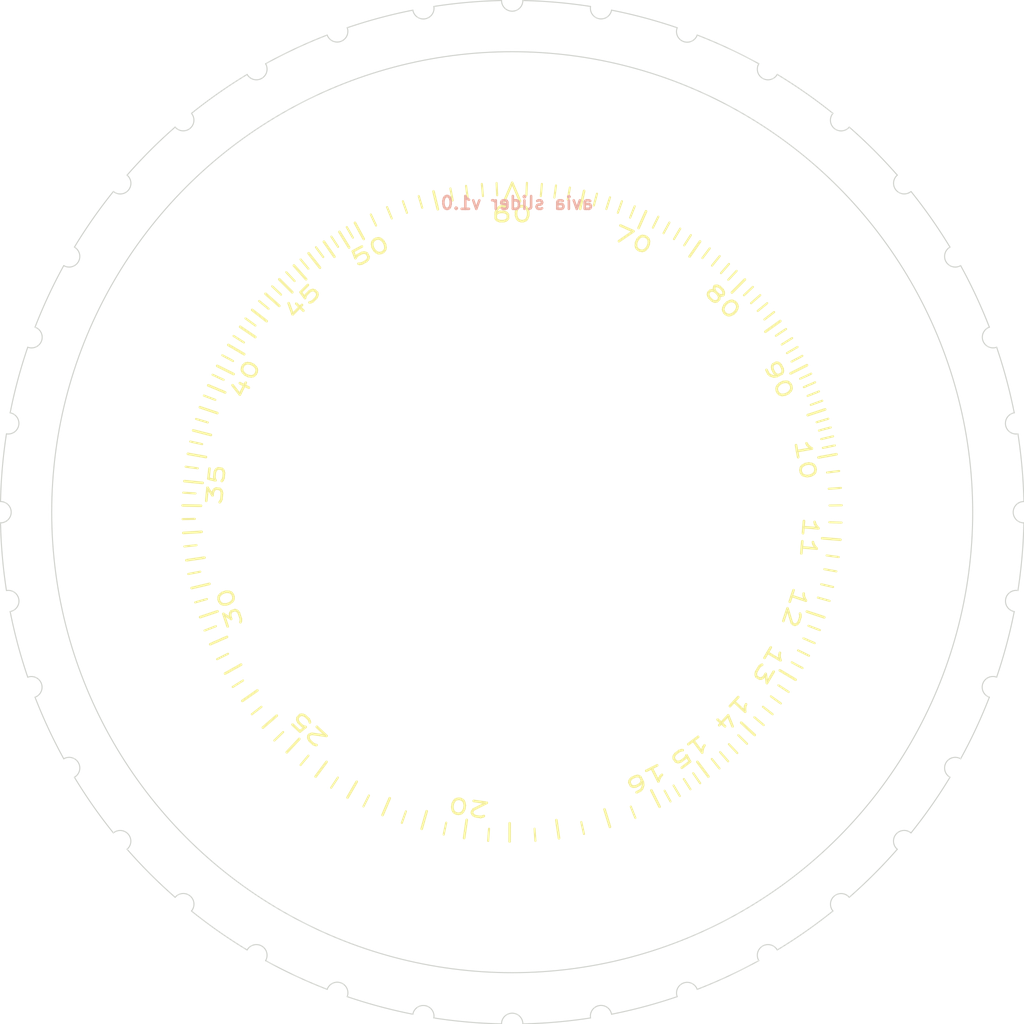
<source format=kicad_pcb>
(kicad_pcb (version 20211014) (generator pcbnew)

  (general
    (thickness 1)
  )

  (paper "A4")
  (layers
    (0 "F.Cu" signal)
    (31 "B.Cu" signal)
    (32 "B.Adhes" user "B.Adhesive")
    (33 "F.Adhes" user "F.Adhesive")
    (34 "B.Paste" user)
    (35 "F.Paste" user)
    (36 "B.SilkS" user "B.Silkscreen")
    (37 "F.SilkS" user "F.Silkscreen")
    (38 "B.Mask" user)
    (39 "F.Mask" user)
    (40 "Dwgs.User" user "User.Drawings")
    (41 "Cmts.User" user "User.Comments")
    (42 "Eco1.User" user "User.Eco1")
    (43 "Eco2.User" user "User.Eco2")
    (44 "Edge.Cuts" user)
    (45 "Margin" user)
    (46 "B.CrtYd" user "B.Courtyard")
    (47 "F.CrtYd" user "F.Courtyard")
    (48 "B.Fab" user)
    (49 "F.Fab" user)
    (50 "User.1" user)
    (51 "User.2" user)
    (52 "User.3" user)
    (53 "User.4" user)
    (54 "User.5" user)
    (55 "User.6" user)
    (56 "User.7" user)
    (57 "User.8" user)
    (58 "User.9" user)
  )

  (setup
    (stackup
      (layer "F.SilkS" (type "Top Silk Screen"))
      (layer "F.Paste" (type "Top Solder Paste"))
      (layer "F.Mask" (type "Top Solder Mask") (thickness 0.01))
      (layer "F.Cu" (type "copper") (thickness 0.035))
      (layer "dielectric 1" (type "core") (thickness 0.91) (material "FR4") (epsilon_r 4.5) (loss_tangent 0.02))
      (layer "B.Cu" (type "copper") (thickness 0.035))
      (layer "B.Mask" (type "Bottom Solder Mask") (thickness 0.01))
      (layer "B.Paste" (type "Bottom Solder Paste"))
      (layer "B.SilkS" (type "Bottom Silk Screen"))
      (copper_finish "None")
      (dielectric_constraints no)
    )
    (pad_to_mask_clearance 0)
    (pcbplotparams
      (layerselection 0x00010fc_ffffffff)
      (disableapertmacros false)
      (usegerberextensions false)
      (usegerberattributes true)
      (usegerberadvancedattributes true)
      (creategerberjobfile true)
      (svguseinch false)
      (svgprecision 6)
      (excludeedgelayer true)
      (plotframeref false)
      (viasonmask false)
      (mode 1)
      (useauxorigin false)
      (hpglpennumber 1)
      (hpglpenspeed 20)
      (hpglpendiameter 15.000000)
      (dxfpolygonmode true)
      (dxfimperialunits true)
      (dxfusepcbnewfont true)
      (psnegative false)
      (psa4output false)
      (plotreference true)
      (plotvalue true)
      (plotinvisibletext false)
      (sketchpadsonfab false)
      (subtractmaskfromsilk false)
      (outputformat 1)
      (mirror false)
      (drillshape 1)
      (scaleselection 1)
      (outputdirectory "")
    )
  )

  (net 0 "")

  (gr_line (start 200.37 85.41) (end 200 84.55) (layer "F.SilkS") (width 0.12) (tstamp 826dcf6a-d9a9-4955-a46c-ac784df2ee6e))
  (gr_line (start 200 84.55) (end 199.63 85.41) (layer "F.SilkS") (width 0.12) (tstamp f96acd88-07ce-4c57-9d9b-a96d9dd8bbed))
  (gr_arc (start 222.723632 92.261363) (mid 223.187249 93.786995) (end 223.548561 95.34004) (layer "Edge.Cuts") (width 0.05) (tstamp 0182b618-d88a-4945-b6c3-fa4925a78896))
  (gr_arc (start 195.34004 123.548562) (mid 195.919268 123.142982) (end 196.324848 123.72221) (layer "Edge.Cuts") (width 0.05) (tstamp 01f89dfb-37ec-49a6-ae68-a9a8395de980))
  (gr_arc (start 223.548562 104.65996) (mid 223.142982 104.080732) (end 223.72221 103.675152) (layer "Edge.Cuts") (width 0.05) (tstamp 03f2e9c1-7b31-4086-85b1-ac47501fcae9))
  (gr_arc (start 181.936328 84.190076) (mid 183.025756 83.025756) (end 184.190076 81.936328) (layer "Edge.Cuts") (width 0.05) (tstamp 07030ba4-2771-4e6f-a091-4a4813b2c747))
  (gr_arc (start 224 100.5) (mid 223.5 100) (end 224 99.5) (layer "Edge.Cuts") (width 0.05) (tstamp 0763ee43-495f-4983-8d1e-4826f5686103))
  (gr_arc (start 196.324848 76.27779) (mid 195.919268 76.857018) (end 195.34004 76.451438) (layer "Edge.Cuts") (width 0.05) (tstamp 0ad57ef5-5388-4caa-a5d2-c75ca435e151))
  (gr_arc (start 176.27779 103.675152) (mid 176.857018 104.080732) (end 176.451438 104.65996) (layer "Edge.Cuts") (width 0.05) (tstamp 0d288fcd-7de0-43ac-96a7-883e4c8ef2e1))
  (gr_arc (start 181.936327 84.190075) (mid 181.997955 84.894491) (end 181.293539 84.956119) (layer "Edge.Cuts") (width 0.05) (tstamp 0e5731aa-0318-4b1e-87f6-c1dbdef8358a))
  (gr_arc (start 188.433013 78.96539) (mid 188.25 79.648403) (end 187.566987 79.46539) (layer "Edge.Cuts") (width 0.05) (tstamp 0e7a0ef8-c1d9-482e-9548-ac04c56296ee))
  (gr_arc (start 178.965391 111.566987) (mid 178.243894 110.145039) (end 177.618388 108.67833) (layer "Edge.Cuts") (width 0.05) (tstamp 12fbb53e-6c0c-40b7-b5bc-6c76590eae77))
  (gr_arc (start 218.706461 84.956119) (mid 218.002045 84.894491) (end 218.063673 84.190075) (layer "Edge.Cuts") (width 0.05) (tstamp 15f86503-02d9-472f-b103-1f8f36844e6f))
  (gr_arc (start 176.451438 95.34004) (mid 176.857018 95.919268) (end 176.27779 96.324848) (layer "Edge.Cuts") (width 0.05) (tstamp 17553ea1-f21d-48c7-9711-f117e9579a89))
  (gr_arc (start 218.063672 115.809924) (mid 216.974244 116.974244) (end 215.809924 118.063672) (layer "Edge.Cuts") (width 0.05) (tstamp 17e6bae5-7d4a-490c-869d-b87e3f48ebea))
  (gr_arc (start 223.722209 96.324848) (mid 223.91386 97.907808) (end 223.999999 99.5) (layer "Edge.Cuts") (width 0.05) (tstamp 180e7171-8b0b-4116-beaf-77bd668e721f))
  (gr_arc (start 218.70646 84.95612) (mid 219.663915 86.231179) (end 220.534609 87.566988) (layer "Edge.Cuts") (width 0.05) (tstamp 185a251a-8de4-4615-ab48-fbc360666538))
  (gr_arc (start 211.566987 121.034609) (mid 210.145039 121.756106) (end 208.67833 122.381612) (layer "Edge.Cuts") (width 0.05) (tstamp 1b53c84d-2f38-4a23-b444-c6c0a1697ce3))
  (gr_arc (start 220.534609 112.433012) (mid 219.663915 113.768821) (end 218.70646 115.043879) (layer "Edge.Cuts") (width 0.05) (tstamp 1bd85367-e455-48dc-b3ed-55539482ff5d))
  (gr_arc (start 188.433013 78.965391) (mid 189.854961 78.243894) (end 191.32167 77.618388) (layer "Edge.Cuts") (width 0.05) (tstamp 1d507392-181d-4a8a-831c-094591f283ee))
  (gr_arc (start 176.451439 95.34004) (mid 176.812751 93.786995) (end 177.276368 92.261363) (layer "Edge.Cuts") (width 0.05) (tstamp 2448ab8c-c3e9-4b60-baf7-e75fa1ab5d9d))
  (gr_arc (start 176 99.5) (mid 176.5 100) (end 176 100.5) (layer "Edge.Cuts") (width 0.05) (tstamp 25b04ab4-058c-4e0b-9ce0-2a5ce6f4ba03))
  (gr_arc (start 184.95612 81.29354) (mid 186.231179 80.336085) (end 187.566988 79.465391) (layer "Edge.Cuts") (width 0.05) (tstamp 29f03200-7758-41f0-9eac-2318a6ff8090))
  (gr_arc (start 184.190076 118.063672) (mid 183.025756 116.974244) (end 181.936328 115.809924) (layer "Edge.Cuts") (width 0.05) (tstamp 319b9ee8-0793-4040-a9cc-1485faac8d67))
  (gr_arc (start 215.043881 118.706461) (mid 215.105509 118.002045) (end 215.809925 118.063673) (layer "Edge.Cuts") (width 0.05) (tstamp 355b9c54-ecc3-44f3-afcb-7ea0d61650ae))
  (gr_arc (start 220.53461 112.433013) (mid 220.351597 111.75) (end 221.03461 111.566987) (layer "Edge.Cuts") (width 0.05) (tstamp 3b249481-6c82-4ea4-a20d-52ab86c01591))
  (gr_arc (start 221.03461 88.433013) (mid 220.351597 88.25) (end 220.53461 87.566987) (layer "Edge.Cuts") (width 0.05) (tstamp 3efbf0e1-41ee-4ea9-9d95-d4f2d567e931))
  (gr_arc (start 222.381613 108.678329) (mid 222.082777 108.037473) (end 222.723633 107.738637) (layer "Edge.Cuts") (width 0.05) (tstamp 3f11df83-7413-47f0-b93f-dab1153032de))
  (gr_arc (start 207.738637 122.723632) (mid 206.213005 123.187249) (end 204.65996 123.548561) (layer "Edge.Cuts") (width 0.05) (tstamp 4063872f-d585-446d-9b2b-23a0c964bf01))
  (gr_arc (start 218.063673 115.809925) (mid 218.002045 115.105509) (end 218.706461 115.043881) (layer "Edge.Cuts") (width 0.05) (tstamp 406c1c2e-8b8d-4fae-968b-7aee5471e0d2))
  (gr_arc (start 178.96539 111.566987) (mid 179.648403 111.75) (end 179.46539 112.433013) (layer "Edge.Cuts") (width 0.05) (tstamp 4e152c0a-7388-4cd9-a50b-df90d2ccb1fc))
  (gr_arc (start 212.433013 79.46539) (mid 211.75 79.648403) (end 211.566987 78.96539) (layer "Edge.Cuts") (width 0.05) (tstamp 550969aa-1cfd-4520-9313-2220a843d97f))
  (gr_arc (start 187.566987 120.53461) (mid 188.25 120.351597) (end 188.433013 121.03461) (layer "Edge.Cuts") (width 0.05) (tstamp 551165fa-1a91-4ec0-a6cd-78fded48c83f))
  (gr_arc (start 196.324848 76.277791) (mid 197.907808 76.08614) (end 199.5 76.000001) (layer "Edge.Cuts") (width 0.05) (tstamp 5adc857c-b630-4fff-bd49-836253c0f5fc))
  (gr_arc (start 204.65996 76.451438) (mid 204.080732 76.857018) (end 203.675152 76.27779) (layer "Edge.Cuts") (width 0.05) (tstamp 60fdad1f-4856-438f-92f9-0458da2dc310))
  (gr_arc (start 222.723633 92.261363) (mid 222.082777 91.962527) (end 222.381613 91.321671) (layer "Edge.Cuts") (width 0.05) (tstamp 644e1bb9-e60e-4a57-ac4f-aa66aacce778))
  (gr_arc (start 208.678329 77.618387) (mid 208.037473 77.917223) (end 207.738637 77.276367) (layer "Edge.Cuts") (width 0.05) (tstamp 69bb6d4f-a5ff-43cd-95c2-c69de27ca73d))
  (gr_arc (start 215.809925 81.936327) (mid 215.105509 81.997955) (end 215.043881 81.293539) (layer "Edge.Cuts") (width 0.05) (tstamp 6ab89c30-00ed-4bda-ab27-85edd492d0fc))
  (gr_arc (start 192.261363 77.276368) (mid 193.786995 76.812751) (end 195.34004 76.451439) (layer "Edge.Cuts") (width 0.05) (tstamp 6c2da652-e621-4b5c-aa66-197efeedd3f0))
  (gr_arc (start 181.293539 115.043881) (mid 181.997955 115.105509) (end 181.936327 115.809925) (layer "Edge.Cuts") (width 0.05) (tstamp 70f74cc6-d27f-43bf-8f74-1fc9ce846cc3))
  (gr_arc (start 184.956119 81.293539) (mid 184.894491 81.997955) (end 184.190075 81.936327) (layer "Edge.Cuts") (width 0.05) (tstamp 7981e008-7c3c-4a11-bbe7-2ef48d1f8386))
  (gr_arc (start 177.276367 107.738637) (mid 177.917223 108.037473) (end 177.618387 108.678329) (layer "Edge.Cuts") (width 0.05) (tstamp 7a1782d1-e750-4df8-828f-294669ad0374))
  (gr_arc (start 199.5 124) (mid 200 123.5) (end 200.5 124) (layer "Edge.Cuts") (width 0.05) (tstamp 8132be9c-e1d3-49cb-a3e9-24d27cc2a78f))
  (gr_arc (start 215.04388 118.70646) (mid 213.768821 119.663915) (end 212.433012 120.534609) (layer "Edge.Cuts") (width 0.05) (tstamp 85678c95-37f5-494c-be7c-63e243fdd5ed))
  (gr_arc (start 191.321671 122.381613) (mid 191.962527 122.082777) (end 192.261363 122.723633) (layer "Edge.Cuts") (width 0.05) (tstamp 87d9c8dd-74eb-4259-9759-efe0adb72b53))
  (gr_arc (start 184.190075 118.063673) (mid 184.894491 118.002045) (end 184.956119 118.706461) (layer "Edge.Cuts") (width 0.05) (tstamp 8da42583-c6cf-40a9-88d8-81196020a596))
  (gr_arc (start 187.566988 120.534609) (mid 186.231179 119.663915) (end 184.956121 118.70646) (layer "Edge.Cuts") (width 0.05) (tstamp 8f427b48-7998-4a50-bb23-c7553d49b1a5))
  (gr_arc (start 195.34004 123.548561) (mid 193.786995 123.187249) (end 192.261363 122.723632) (layer "Edge.Cuts") (width 0.05) (tstamp 955bb44b-3763-4479-b9fc-c0c66948fc63))
  (gr_arc (start 222.381612 108.678329) (mid 221.756106 110.145039) (end 221.034609 111.566987) (layer "Edge.Cuts") (width 0.05) (tstamp a5753440-5576-4459-b607-91ab12c92331))
  (gr_arc (start 211.566987 121.03461) (mid 211.75 120.351597) (end 212.433013 120.53461) (layer "Edge.Cuts") (width 0.05) (tstamp a673f818-608f-4f77-80ab-3bdb6c3aad56))
  (gr_arc (start 177.618387 91.321671) (mid 177.917223 91.962527) (end 177.276367 92.261363) (layer "Edge.Cuts") (width 0.05) (tstamp a7195495-3f44-4109-8648-63919d2970e4))
  (gr_arc (start 200.5 76.000001) (mid 202.092192 76.08614) (end 203.675152 76.277791) (layer "Edge.Cuts") (width 0.05) (tstamp a77ccfc2-5d8c-4710-97a2-16523434b1d3))
  (gr_arc (start 199.5 123.999999) (mid 197.907808 123.91386) (end 196.324848 123.722209) (layer "Edge.Cuts") (width 0.05) (tstamp ad29d5df-4b4f-4ebd-b217-5953d6f7b554))
  (gr_arc (start 200.5 76) (mid 200 76.5) (end 199.5 76) (layer "Edge.Cuts") (width 0.05) (tstamp b3ef408e-8d0f-4eff-9934-84d1c0ae4022))
  (gr_arc (start 203.675152 123.722209) (mid 202.092192 123.91386) (end 200.5 123.999999) (layer "Edge.Cuts") (width 0.05) (tstamp b8589ec6-c264-4e75-b116-5afb00b4ab95))
  (gr_arc (start 191.321671 122.381612) (mid 189.854961 121.756106) (end 188.433013 121.034609) (layer "Edge.Cuts") (width 0.05) (tstamp bcc3178b-8a28-40e8-85f7-928e9dbb0880))
  (gr_arc (start 179.465391 87.566988) (mid 180.336085 86.231179) (end 181.29354 84.956121) (layer "Edge.Cuts") (width 0.05) (tstamp be1eceff-47d4-4938-83df-077e3855db6d))
  (gr_arc (start 212.433012 79.465391) (mid 213.768821 80.336085) (end 215.043879 81.29354) (layer "Edge.Cuts") (width 0.05) (tstamp bfb47430-2c7e-43cc-8f2f-b4ec86346c39))
  (gr_arc (start 221.034609 88.433013) (mid 221.756106 89.854961) (end 222.381612 91.32167) (layer "Edge.Cuts") (width 0.05) (tstamp c2b00556-8d95-4e77-a7bb-a5c0131fb35c))
  (gr_arc (start 203.675152 123.72221) (mid 204.080732 123.142982) (end 204.65996 123.548562) (layer "Edge.Cuts") (width 0.05) (tstamp c3c7ab67-1981-4c00-b436-6e1221ace079))
  (gr_circle (center 200 100) (end 221.6 100) (layer "Edge.Cuts") (width 0.05) (fill none) (tstamp c5b93277-3fc0-4b06-bd36-45cb16cbb369))
  (gr_arc (start 179.46539 87.566987) (mid 179.648403 88.25) (end 178.96539 88.433013) (layer "Edge.Cuts") (width 0.05) (tstamp cbe8250f-522e-42b8-a3f2-ec746d9665da))
  (gr_arc (start 215.809924 81.936328) (mid 216.974244 83.025756) (end 218.063672 84.190076) (layer "Edge.Cuts") (width 0.05) (tstamp d739acc4-1a9c-45c6-9c56-9818e32043ab))
  (gr_arc (start 176.000001 99.5) (mid 176.08614 97.907808) (end 176.277791 96.324848) (layer "Edge.Cuts") (width 0.05) (tstamp d8bfe70e-cbc5-4e57-8dd3-94fe473a77da))
  (gr_arc (start 177.618388 91.321671) (mid 178.243894 89.854961) (end 178.965391 88.433013) (layer "Edge.Cuts") (width 0.05) (tstamp dd1aed76-8d44-40c7-9229-9f6f11c81a44))
  (gr_arc (start 181.29354 115.04388) (mid 180.336085 113.768821) (end 179.465391 112.433012) (layer "Edge.Cuts") (width 0.05) (tstamp de3d5677-7229-4596-8e92-2c067fdc600b))
  (gr_arc (start 207.738637 122.723633) (mid 208.037473 122.082777) (end 208.678329 122.381613) (layer "Edge.Cuts") (width 0.05) (tstamp dedf1d77-08c8-45b3-ac58-20b963ff7634))
  (gr_arc (start 223.72221 96.324848) (mid 223.142982 95.919268) (end 223.548562 95.34004) (layer "Edge.Cuts") (width 0.05) (tstamp e2ed8460-2b33-4d2f-9de7-14c3285485a5))
  (gr_arc (start 223.548561 104.65996) (mid 223.187249 106.213005) (end 222.723632 107.738637) (layer "Edge.Cuts") (width 0.05) (tstamp e474f6c2-f007-4449-bf9f-8d667564b569))
  (gr_arc (start 176.277791 103.675152) (mid 176.08614 102.092192) (end 176.000001 100.5) (layer "Edge.Cuts") (width 0.05) (tstamp e94334cc-cc41-4455-9722-6c8e3095ae2c))
  (gr_arc (start 192.261363 77.276367) (mid 191.962527 77.917223) (end 191.321671 77.618387) (layer "Edge.Cuts") (width 0.05) (tstamp ec812001-a02f-49a3-9a0e-d4c8bdc9d4d8))
  (gr_arc (start 204.65996 76.451439) (mid 206.213005 76.812751) (end 207.738637 77.276368) (layer "Edge.Cuts") (width 0.05) (tstamp f207fb9c-daad-403e-abce-3179193894ce))
  (gr_arc (start 208.678329 77.618388) (mid 210.145039 78.243894) (end 211.566987 78.965391) (layer "Edge.Cuts") (width 0.05) (tstamp f732f801-8bd2-4820-aea5-6a4a70cef8ae))
  (gr_arc (start 177.276368 107.738637) (mid 176.812751 106.213005) (end 176.451439 104.65996) (layer "Edge.Cuts") (width 0.05) (tstamp f798895f-c58c-4854-9be3-f8ac09a831ab))
  (gr_arc (start 223.999999 100.5) (mid 223.91386 102.092192) (end 223.722209 103.675152) (layer "Edge.Cuts") (width 0.05) (tstamp fe712276-277d-4b0f-8dce-cf5a5e9943f0))
  (gr_circle (center 200 100) (end 200.07 100) (layer "User.1") (width 0.1) (fill none) (tstamp ec060531-6276-4b06-9366-b8c7c0f8b06a))
  (gr_text "avia slider v1.0" (at 200.23 85.5) (layer "B.SilkS") (tstamp 969ed568-e8da-4758-ae69-de4aab13bde9)
    (effects (font (size 0.6 0.6) (thickness 0.12)) (justify mirror))
  )
  (gr_text "|" (at 184.88 101.58 95.92) (layer "F.SilkS") (tstamp 003b5af3-415a-40b9-bd93-16192cac3a32)
    (effects (font (size 0.4 1) (thickness 0.1)))
  )
  (gr_text "|" (at 186.1 94.2 67.35) (layer "F.SilkS") (tstamp 004d6924-ed84-47ce-a559-0e32f69d3a11)
    (effects (font (size 0.6 1) (thickness 0.125)))
  )
  (gr_text "80" (at 209.87 90.11 -44.91) (layer "F.SilkS") (tstamp 03297af2-7738-40fd-9ad0-bbc7c59ab3ac)
    (effects (font (size 0.7 1) (thickness 0.125)))
  )
  (gr_text "|" (at 212.08 90.77 -52.61) (layer "F.SilkS") (tstamp 03838204-c949-4ef7-a17e-8273ed67f903)
    (effects (font (size 0.4 1) (thickness 0.1)))
  )
  (gr_text "|" (at 201.07 115.16 184.02) (layer "F.SilkS") (tstamp 043e2de0-42b7-4637-8c59-5597b56d8ebb)
    (effects (font (size 0.4 1) (thickness 0.1)))
  )
  (gr_text "|" (at 187.11 108.06 122.04) (layer "F.SilkS") (tstamp 05bae981-65f1-469c-a282-40b5c7cc3479)
    (effects (font (size 0.4 1) (thickness 0.1)))
  )
  (gr_text "|" (at 199.88 115.06 179.85) (layer "F.SilkS") (tstamp 066c3a16-8e12-4cf2-8019-77064f73b9df)
    (effects (font (size 0.6 1) (thickness 0.125)))
  )
  (gr_text "|" (at 186.39 106.78 116.45) (layer "F.SilkS") (tstamp 077a886b-2377-44ad-af40-06cf727ada63)
    (effects (font (size 0.4 1) (thickness 0.1)))
  )
  (gr_text "|" (at 215.08 98.1 277.1) (layer "F.SilkS") (tstamp 0826a717-ac89-4ad0-ba4c-f8e09c375650)
    (effects (font (size 0.4 1) (thickness 0.1)))
  )
  (gr_text "|" (at 188.72 90.01 48.49) (layer "F.SilkS") (tstamp 0a0bfb99-8f76-4b36-8d4b-ddf4248e30e5)
    (effects (font (size 0.6 1) (thickness 0.125)))
  )
  (gr_text "|" (at 212.96 107.66 239.18) (layer "F.SilkS") (tstamp 0a29a31a-ac3f-4841-9fae-d0bbc363e4bf)
    (effects (font (size 0.6 1) (thickness 0.125)))
  )
  (gr_text "|" (at 185.41 96.26 75.58) (layer "F.SilkS") (tstamp 0ada890c-7a5e-473d-b1d3-a543f0d6e801)
    (effects (font (size 0.6 1) (thickness 0.125)))
  )
  (gr_text "|" (at 190.24 88.34 39.85) (layer "F.SilkS") (tstamp 0ba0d45f-8279-4509-812a-36ed63fb6313)
    (effects (font (size 0.4 1) (thickness 0.1)))
  )
  (gr_text "|" (at 184.96 100.95 93.53) (layer "F.SilkS") (tstamp 0e6f2f0b-f203-4c67-ad34-b609dd49ccae)
    (effects (font (size 0.6 1) (thickness 0.125)))
  )
  (gr_text "|" (at 189.03 110.53 133.84) (layer "F.SilkS") (tstamp 0e6fc4d3-c29f-4394-9f76-6ced55bfd3c6)
    (effects (font (size 0.4 1) (thickness 0.1)))
  )
  (gr_text "|" (at 187.02 92.35 59.529) (layer "F.SilkS") (tstamp 124c9d4b-570b-486f-a8c9-bb999a77aa4c)
    (effects (font (size 0.6 1) (thickness 0.125)))
  )
  (gr_text "|" (at 209.96 111.49 221.03) (layer "F.SilkS") (tstamp 131b688b-8729-4f5a-b86f-c2d0d812ff19)
    (effects (font (size 0.4 1) (thickness 0.1)))
  )
  (gr_text "|" (at 210.38 111.11 223.19) (layer "F.SilkS") (tstamp 1427bd52-9202-4c22-b03b-745f2e98f645)
    (effects (font (size 0.4 1) (thickness 0.1)))
  )
  (gr_text "|" (at 184.83 99.1 86.58) (layer "F.SilkS") (tstamp 16ddc98c-ecd1-462a-b180-e694d3727be3)
    (effects (font (size 0.4 1) (thickness 0.1)))
  )
  (gr_text "|" (at 192.81 86.77 28.51) (layer "F.SilkS") (tstamp 1765c00f-05e5-4edf-95eb-83023a8460e3)
    (effects (font (size 0.6 1) (thickness 0.125)))
  )
  (gr_text "35" (at 186.11 98.7 84.33) (layer "F.SilkS") (tstamp 1801fcba-1cbb-4688-b6c6-6df454026b0d)
    (effects (font (size 0.7 1) (thickness 0.125)))
  )
  (gr_text "|" (at 186.63 92.76 61.45) (layer "F.SilkS") (tstamp 19c50ec0-4847-4172-9887-be241f49407b)
    (effects (font (size 0.4 1) (thickness 0.1)))
  )
  (gr_text "|" (at 214.8 96.5 -76.64) (layer "F.SilkS") (tstamp 1e9767ee-09e9-415a-b290-4861ccd84f8d)
    (effects (font (size 0.4 1) (thickness 0.1)))
  )
  (gr_text "|" (at 190.69 88.16 38.18) (layer "F.SilkS") (tstamp 1f652a89-60a1-457f-a432-6d74c356a459)
    (effects (font (size 0.6 1) (thickness 0.125)))
  )
  (gr_text "|" (at 187.99 109.32 127.83) (layer "F.SilkS") (tstamp 21e34cb1-e8ba-44ea-8749-54af93800e2b)
    (effects (font (size 0.4 1) (thickness 0.1)))
  )
  (gr_text "|" (at 191.39 87.63 34.89) (layer "F.SilkS") (tstamp 21f2770e-a62c-45b8-a3c4-e414722b37ca)
    (effects (font (size 0.6 1) (thickness 0.125)))
  )
  (gr_text "|" (at 189.35 89.35 45.04) (layer "F.SilkS") (tstamp 2234bea2-4612-4721-ba9c-4efb5fb3417f)
    (effects (font (size 0.6 1) (thickness 0.125)))
  )
  (gr_text "|" (at 187.56 91.52 55.76) (layer "F.SilkS") (tstamp 2251bd1d-7425-4a31-9785-0107c149a2f2)
    (effects (font (size 0.6 1) (thickness 0.125)))
  )
  (gr_text "|" (at 184.94 97.9 82.5) (layer "F.SilkS") (tstamp 233e9c57-114a-4643-8154-0bbdbe27f15b)
    (effects (font (size 0.4 1) (thickness 0.1)))
  )
  (gr_text "|" (at 207.73 113.09 210.67) (layer "F.SilkS") (tstamp 24f92de4-fd5e-4eee-b895-46dfc3b56684)
    (effects (font (size 0.4 1) (thickness 0.1)))
  )
  (gr_text "|" (at 207.75 86.92 -30.66) (layer "F.SilkS") (tstamp 26be93ab-4bc3-4427-aae0-c6844bb17055)
    (effects (font (size 0.4 1) (thickness 0.1)))
  )
  (gr_text "14" (at 210.32 109.45 227.59) (layer "F.SilkS") (tstamp 29c7fd6e-f94f-4b46-b671-018ccb644f86)
    (effects (font (size 0.7 1) (thickness 0.125)))
  )
  (gr_text "|" (at 214.69 96.09 -75.04) (layer "F.SilkS") (tstamp 2ad1bb5f-349a-4d29-b47d-e29e8b4e82b8)
    (effects (font (size 0.4 1) (thickness 0.1)))
  )
  (gr_text "|" (at 214.3 94.86 -70.13) (layer "F.SilkS") (tstamp 2b61812a-462a-4230-b09a-4964fd6ea79c)
    (effects (font (size 0.4 1) (thickness 0.1)))
  )
  (gr_text "|" (at 187.15 91.87 57.64) (layer "F.SilkS") (tstamp 2bacad0c-eb5c-49ff-9f4e-5f0f8b22d222)
    (effects (font (size 0.4 1) (thickness 0.1)))
  )
  (gr_text "|" (at 188.33 90.26 50.28) (layer "F.SilkS") (tstamp 2cac7012-3ea7-4f13-a585-478fd5a7bf36)
    (effects (font (size 0.4 1) (thickness 0.1)))
  )
  (gr_text "|" (at 214.27 104.81 251.69) (layer "F.SilkS") (tstamp 2e2fbd30-a2c2-45ca-b920-0b08dae65eee)
    (effects (font (size 0.6 1) (thickness 0.125)))
  )
  (gr_text "|" (at 203.29 85.31 -12.45) (layer "F.SilkS") (tstamp 31abe073-edee-401d-89e2-617936d130a6)
    (effects (font (size 0.6 1) (thickness 0.125)))
  )
  (gr_text "|" (at 200.68 84.81 -2.58) (layer "F.SilkS") (tstamp 31d249df-b8ca-474f-9e34-daf5e7ebf5c2)
    (effects (font (size 0.4 1) (thickness 0.1)))
  )
  (gr_text "|" (at 201.37 84.86 -5.13) (layer "F.SilkS") (tstamp 32c551d1-6c53-45c6-b5ec-17ac156ee44a)
    (effects (font (size 0.4 1) (thickness 0.1)))
  )
  (gr_text "|" (at 187.7 91.06 53.909) (layer "F.SilkS") (tstamp 33fcfe7d-292d-411e-9b91-e8ce97ca1d2b)
    (effects (font (size 0.4 1) (thickness 0.1)))
  )
  (gr_text "|" (at 188.93 89.58 46.72) (layer "F.SilkS") (tstamp 34bb74da-7695-4724-a67c-624bd773f236)
    (effects (font (size 0.4 1) (thickness 0.1)))
  )
  (gr_text "|" (at 192.37 86.85 30.079) (layer "F.SilkS") (tstamp 34bbab08-8289-4a75-af64-b4e5cdb3eebc)
    (effects (font (size 0.4 1) (thickness 0.1)))
  )
  (gr_text "|" (at 187.66 108.63 124.91) (layer "F.SilkS") (tstamp 36293b43-ba63-4bfa-b757-e0ca437963c3)
    (effects (font (size 0.6 1) (thickness 0.125)))
  )
  (gr_text "|" (at 214.19 105.44 249.11) (layer "F.SilkS") (tstamp 367c9e48-272a-4065-a1db-8a23ab3437b6)
    (effects (font (size 0.4 1) (thickness 0.1)))
  )
  (gr_text "|" (at 188.11 90.75 52.09) (layer "F.SilkS") (tstamp 37778fca-0869-4ed7-a652-616455ef9ac3)
    (effects (font (size 0.6 1) (thickness 0.125)))
  )
  (gr_text "|" (at 186.18 93.66 65.36) (layer "F.SilkS") (tstamp 38da8b47-1e24-4608-ad42-d007c89a12d9)
    (effects (font (size 0.4 1) (thickness 0.1)))
  )
  (gr_text "|" (at 204.51 85.48 -17.25) (layer "F.SilkS") (tstamp 3a570124-8d0d-491d-8387-c5c99e0c3421)
    (effects (font (size 0.4 1) (thickness 0.1)))
  )
  (gr_text "|" (at 193.48 86.27 25.41) (layer "F.SilkS") (tstamp 3b45061d-7a22-4dbe-8eed-22dfa29f9f73)
    (effects (font (size 0.4 1) (thickness 0.1)))
  )
  (gr_text "|" (at 198.6 84.86 5.3) (layer "F.SilkS") (tstamp 3df57536-e2d2-4356-a42a-d5f875d72aa5)
    (effects (font (size 0.4 1) (thickness 0.1)))
  )
  (gr_text "|" (at 190.02 88.72 41.54) (layer "F.SilkS") (tstamp 3e602920-6403-4c28-bb50-8250f2662164)
    (effects (font (size 0.6 1) (thickness 0.125)))
  )
  (gr_text "|" (at 185.78 94.62 69.37) (layer "F.SilkS") (tstamp 4066a7fb-3d74-4103-8395-e1a030c7b403)
    (effects (font (size 0.4 1) (thickness 0.1)))
  )
  (gr_text "|" (at 214.58 95.69 -73.42) (layer "F.SilkS") (tstamp 40b439ec-178d-469f-a726-a4658449f7b5)
    (effects (font (size 0.4 1) (thickness 0.1)))
  )
  (gr_text "|" (at 213.97 94.01 -66.77) (layer "F.SilkS") (tstamp 43ddc72c-4b03-436b-ae88-c406f7bd5f31)
    (effects (font (size 0.4 1) (thickness 0.1)))
  )
  (gr_text "|" (at 213.95 106.04 246.57) (layer "F.SilkS") (tstamp 43e6a510-3e74-43fc-bb0d-69f86cab1a3e)
    (effects (font (size 0.4 1) (thickness 0.1)))
  )
  (gr_text "|" (at 215.19 100.48 268.17) (layer "F.SilkS") (tstamp 4bbb9f5a-6c29-41bf-9a65-729e93641c2a)
    (effects (font (size 0.4 1) (thickness 0.1)))
  )
  (gr_text "|" (at 207.3 113.34 208.68) (layer "F.SilkS") (tstamp 4c1894ac-4219-4ddd-b819-19b80fe8bc32)
    (effects (font (size 0.4 1) (thickness 0.1)))
  )
  (gr_text "|" (at 212.26 91.26 -54.39) (layer "F.SilkS") (tstamp 4cc841e2-b88c-4998-91a1-0df1f49c7631)
    (effects (font (size 0.6 1) (thickness 0.125)))
  )
  (gr_text "11" (at 213.94 101.2 265.326) (layer "F.SilkS") (tstamp 4e2ee201-34af-48ef-b569-7e4bb14c04b4)
    (effects (font (size 0.7 1) (thickness 0.125)))
  )
  (gr_text "|" (at 215.2 99.68 271.09) (layer "F.SilkS") (tstamp 4efff232-869a-4f83-89d7-bb814a9d04c1)
    (effects (font (size 0.4 1) (thickness 0.1)))
  )
  (gr_text "|" (at 212.39 108.82 234.44) (layer "F.SilkS") (tstamp 50e6fc5e-ef41-4921-a860-d49205ab3548)
    (effects (font (size 0.4 1) (thickness 0.1)))
  )
  (gr_text "|" (at 208.22 112.78 212.69) (layer "F.SilkS") (tstamp 511429fd-b0ff-421d-8f1e-7b7a3e3fd71b)
    (effects (font (size 0.4 1) (thickness 0.1)))
  )
  (gr_text "|" (at 202.02 84.93 -7.63) (layer "F.SilkS") (tstamp 513a3f62-567f-4110-8471-ba11b8350ea2)
    (effects (font (size 0.4 1) (thickness 0.1)))
  )
  (gr_text "|" (at 211.09 110.19 227.59) (layer "F.SilkS") (tstamp 52f884ac-bb56-42dc-be50-8d19a169a77b)
    (effects (font (size 0.6 1) (thickness 0.125)))
  )
  (gr_text "|" (at 197.87 84.95 8.02) (layer "F.SilkS") (tstamp 54878b3e-ae2a-4880-96d5-223ba899c628)
    (effects (font (size 0.4 1) (thickness 0.1)))
  )
  (gr_text "12" (at 213.26 104.48 251.69) (layer "F.SilkS") (tstamp 55156c18-4cc7-492a-8659-e2c8f643c7d4)
    (effects (font (size 0.7 1) (thickness 0.125)))
  )
  (gr_text "|" (at 194.07 113.85 156.93) (layer "F.SilkS") (tstamp 5527bd2e-66dd-4795-b81b-dabc5340fe79)
    (effects (font (size 0.6 1) (thickness 0.125)))
  )
  (gr_text "50" (at 193.34 87.76 28.51) (layer "F.SilkS") (tstamp 552e9b3a-29e1-4087-988c-8d26cb62b7b2)
    (effects (font (size 0.7 1) (thickness 0.125)))
  )
  (gr_text "|" (at 206.74 86.37 -26.32) (layer "F.SilkS") (tstamp 562dae41-f88a-4ccb-a780-a45ed39649c2)
    (effects (font (size 0.4 1) (thickness 0.1)))
  )
  (gr_text "|" (at 190.24 111.66 140.1) (layer "F.SilkS") (tstamp 583e41ba-4d73-4019-9e00-9427ecf80126)
    (effects (font (size 0.4 1) (thickness 0.1)))
  )
  (gr_text "|" (at 189.58 88.93 43.25) (layer "F.SilkS") (tstamp 59ac8f3f-9bf2-4d6b-af8c-04561b5b484f)
    (effects (font (size 0.4 1) (thickness 0.1)))
  )
  (gr_text "|" (at 206.74 113.47 206.719) (layer "F.SilkS") (tstamp 59c8386b-1c53-49ab-a738-1673abc8d17c)
    (effects (font (size 0.6 1) (thickness 0.125)))
  )
  (gr_text "|" (at 214.8 103.45 256.99) (layer "F.SilkS") (tstamp 59fb6938-6821-4332-836a-de774cdffd89)
    (effects (font (size 0.4 1) (thickness 0.1)))
  )
  (gr_text "|" (at 212.75 108.29 236.79) (layer "F.SilkS") (tstamp 5ac36e8e-79d7-47d4-8b86-8f90b3485a38)
    (effects (font (size 0.4 1) (thickness 0.1)))
  )
  (gr_text "|" (at 185.81 105.46 111.059) (layer "F.SilkS") (tstamp 5ef31342-b645-460a-971a-e31b25c7eb17)
    (effects (font (size 0.4 1) (thickness 0.1)))
  )
  (gr_text "|" (at 186.19 106.04 113.739) (layer "F.SilkS") (tstamp 64b36274-889d-4b07-af46-69076e81ead8)
    (effects (font (size 0.6 1) (thickness 0.125)))
  )
  (gr_text "|" (at 198.89 115.16 175.79) (layer "F.SilkS") (tstamp 65235450-5a47-41fb-bdc5-e84fb814f5a4)
    (effects (font (size 0.4 1) (thickness 0.1)))
  )
  (gr_text "13" (at 212.01 107.16 239.18) (layer "F.SilkS") (tstamp 69b5645c-4653-4caf-a701-21ce4451c928)
    (effects (font (size 0.7 1) (thickness 0.125)))
  )
  (gr_text "|" (at 209.57 88.19 -39) (layer "F.SilkS") (tstamp 6b489864-0279-4171-9b0b-3d3a687c2e6e)
    (effects (font (size 0.4 1) (thickness 0.1)))
  )
  (gr_text "45" (at 190.18 90.12 45.04) (layer "F.SilkS") (tstamp 6cd397b0-46ce-4413-924e-c568f9fd597d)
    (effects (font (size 0.7 1) (thickness 0.125)))
  )
  (gr_text "|" (at 205.68 114.1 201.91) (layer "F.SilkS") (tstamp 6f05d6a0-a30b-4517-aa5c-817182ae5af2)
    (effects (font (size 0.4 1) (thickness 0.1)))
  )
  (gr_text "|" (at 190.95 87.78 36.52) (layer "F.SilkS") (tstamp 6f1acdb0-c369-48bf-97cb-abedabf14c97)
    (effects (font (size 0.4 1) (thickness 0.1)))
  )
  (gr_text "|" (at 211.1 89.61 -46.92) (layer "F.SilkS") (tstamp 6f7196e1-395e-4380-82c2-4aa047de94e2)
    (effects (font (size 0.4 1) (thickness 0.1)))
  )
  (gr_text "|" (at 214.31 95.3 -71.78) (layer "F.SilkS") (tstamp 6fe31d50-171a-4734-b427-a33dd3a981d3)
    (effects (font (size 0.6 1) (thickness 0.125)))
  )
  (gr_text "|" (at 212.91 91.97 -58.09) (layer "F.SilkS") (tstamp 70efc62d-0bee-44d5-9e1b-d3363ff1e3bb)
    (effects (font (size 0.4 1) (thickness 0.1)))
  )
  (gr_text "|" (at 205.06 85.66 -19.57) (layer "F.SilkS") (tstamp 71f3bee4-b599-4672-848b-51791e125abe)
    (effects (font (size 0.4 1) (thickness 0.1)))
  )
  (gr_text "|" (at 185.01 98.58 84.33) (layer "F.SilkS") (tstamp 72e2938d-9730-4ef9-b17c-8a333d142b48)
    (effects (font (size 0.6 1) (thickness 0.125)))
  )
  (gr_text "|" (at 196.84 114.87 167.97) (layer "F.SilkS") (tstamp 742cd7bb-bd1a-42f6-8ac7-433d604865a2)
    (effects (font (size 0.4 1) (thickness 0.1)))
  )
  (gr_text "|" (at 208.59 87.62 -34.82) (layer "F.SilkS") (tstamp 771209ef-9f7a-4c5b-95da-41b8030121b3)
    (effects (font (size 0.6 1) (thickness 0.125)))
  )
  (gr_text "|" (at 214.83 97.35 -79.8) (layer "F.SilkS") (tstamp 77d006a0-53b9-46f2-8aa1-66a0cb47a304)
    (effects (font (size 0.6 1) (thickness 0.125)))
  )
  (gr_text "|" (at 195.69 85.42 16.47) (layer "F.SilkS") (tstamp 821077f6-92b6-48c5-9851-33bc4b50106b)
    (effects (font (size 0.4 1) (thickness 0.1)))
  )
  (gr_text "|" (at 189.69 110.98 136.94) (layer "F.SilkS") (tstamp 8314df30-7222-419a-a8d8-5daafcd0e77a)
    (effects (font (size 0.6 1) (thickness 0.125)))
  )
  (gr_text "|" (at 196.4 85.33 13.669) (layer "F.SilkS") (tstamp 847cdc25-0f1c-4deb-8c5b-599d277ba829)
    (effects (font (size 0.6 1) (thickness 0.125)))
  )
  (gr_text "|" (at 209.56 111.82 218.91) (layer "F.SilkS") (tstamp 864d6331-ce71-4c0a-96b6-73988e8fcd69)
    (effects (font (size 0.4 1) (thickness 0.1)))
  )
  (gr_text "|" (at 213.79 93.61 -65.06) (layer "F.SilkS") (tstamp 87b2bcc2-f097-44bf-9ce4-4b0b117c5579)
    (effects (font (size 0.4 1) (thickness 0.1)))
  )
  (gr_text "|" (at 208.67 112.5 214.74) (layer "F.SilkS") (tstamp 88c736c8-ce47-4d8e-b16b-846a61f8edc0)
    (effects (font (size 0.4 1) (thickness 0.1)))
  )
  (gr_text "|" (at 207.25 86.64 -28.51) (layer "F.SilkS") (tstamp 8d4438f9-e1c8-4cba-8a9e-f681117a4381)
    (effects (font (size 0.4 1) (thickness 0.1)))
  )
  (gr_text "20" (at 197.96 113.83 171.83) (layer "F.SilkS") (tstamp 8d85a162-1878-4e16-bf4b-075503978f68)
    (effects (font (size 0.7 1) (thickness 0.125)))
  )
  (gr_text "|" (at 215.16 98.88 274.07) (layer "F.SilkS") (tstamp 8f6e59ca-6dd6-4887-9d18-b57362819762)
    (effects (font (size 0.4 1) (thickness 0.1)))
  )
  (gr_text "|" (at 202.66 85.03 -10.09) (layer "F.SilkS") (tstamp 940f07e9-dab5-4807-b7d2-a456d5e8081b)
    (effects (font (size 0.4 1) (thickness 0.1)))
  )
  (gr_text "|" (at 210.64 89.36 -44.91) (layer "F.SilkS") (tstamp 952684a1-47f8-4b11-acbd-fd9f576c09d7)
    (effects (font (size 0.6 1) (thickness 0.125)))
  )
  (gr_text "|" (at 185.17 97.33 79.87) (layer "F.SilkS") (tstamp 95cfd1e3-96c7-428a-8b7f-43dc1e742d69)
    (effects (font (size 0.6 1) (thickness 0.125)))
  )
  (gr_text "30" (at 186.76 104.47 108.44) (layer "F.SilkS") (tstamp 962b389e-de60-4fa7-9e41-6245eb6f54f2)
    (effects (font (size 0.7 1) (thickness 0.125)))
  )
  (gr_text "|" (at 185.73 104.8 108.44) (layer "F.SilkS") (tstamp 99e06d8d-8ce3-4eac-ba5c-62a71b287915)
    (effects (font (size 0.6 1) (thickness 0.125)))
  )
  (gr_text "|" (at 203.31 114.84 192.71) (layer "F.SilkS") (tstamp 9abb91b5-2f1b-4725-9881-b14a6be936f4)
    (effects (font (size 0.4 1) (thickness 0.1)))
  )
  (gr_text "|" (at 213.39 107.19 241.6) (layer "F.SilkS") (tstamp 9adc8410-b979-415b-b549-ad84cb69e135)
    (effects (font (size 0.4 1) (thickness 0.1)))
  )
  (gr_text "|" (at 206.12 86.24 -24.04) (layer "F.SilkS") (tstamp 9b05ee31-dee9-4d44-8f2a-13a8ec24cce4)
    (effects (font (size 0.6 1) (thickness 0.125)))
  )
  (gr_text "|" (at 210.83 110.68 225.38) (layer "F.SilkS") (tstamp a00511d7-7790-4418-9527-76336b507ca8)
    (effects (font (size 0.4 1) (thickness 0.1)))
  )
  (gr_text "|" (at 212.01 109.32 232.13) (layer "F.SilkS") (tstamp a384d16b-e1ee-47b0-b53a-308df9add0ef)
    (effects (font (size 0.4 1) (thickness 0.1)))
  )
  (gr_text "|" (at 212.63 91.55 -56.279) (layer "F.SilkS") (tstamp a4fbe0c5-8b40-40aa-a63b-8f7bab511801)
    (effects (font (size 0.4 1) (thickness 0.1)))
  )
  (gr_text "|" (at 184.93 99.69 88.87) (layer "F.SilkS") (tstamp a5159b7c-2f86-4030-9297-28ddc9298a1f)
    (effects (font (size 0.6 1) (thickness 0.125)))
  )
  (gr_text "|" (at 185.06 102.85 100.81) (layer "F.SilkS") (tstamp a580da38-ea78-4ad0-9f35-86fa51b38a79)
    (effects (font (size 0.4 1) (thickness 0.1)))
  )
  (gr_text "|" (at 197.8 114.9 171.83) (layer "F.SilkS") (tstamp a5841418-4cb4-41fd-ab43-14ae9e069678)
    (effects (font (size 0.6 1) (thickness 0.125)))
  )
  (gr_text "|" (at 210.35 88.87 -43.01) (layer "F.SilkS") (tstamp a6160957-ce8e-4f31-8581-be5ecb18c6fe)
    (effects (font (size 0.4 1) (thickness 0.1)))
  )
  (gr_text "|" (at 193.14 113.57 153.41) (layer "F.SilkS") (tstamp a6998d22-74be-40b7-be92-137a81e1c135)
    (effects (font (size 0.4 1) (thickness 0.1)))
  )
  (gr_text "|" (at 203.91 85.31 -14.9) (layer "F.SilkS") (tstamp a704eb38-2490-4304-8c5d-9e3c467c7264)
    (effects (font (size 0.4 1) (thickness 0.1)))
  )
  (gr_text "|" (at 213.69 106.62 244.07) (layer "F.SilkS") (tstamp ad859045-8990-448a-bc63-5ee7d64a71df)
    (effects (font (size 0.4 1) (thickness 0.1)))
  )
  (gr_text "40" (at 187.49 93.76 63.46) (layer "F.SilkS") (tstamp b115747f-c63f-43fa-9aef-b42e87355074)
    (effects (font (size 0.7 1) (thickness 0.125)))
  )
  (gr_text "|" (at 185.34 103.47 103.309) (layer "F.SilkS") (tstamp b33e12a5-b147-4b91-93a4-bfc2542cb6da)
    (effects (font (size 0.6 1) (thickness 0.125)))
  )
  (gr_text "|" (at 199.28 84.82 2.63) (layer "F.SilkS") (tstamp b34df9f6-e342-41ba-9f7a-352a38b2099e)
    (effects (font (size 0.4 1) (thickness 0.1)))
  )
  (gr_text "|" (at 208.24 87.22 -32.79) (layer "F.SilkS") (tstamp b589f9a5-8219-4bf3-9dcc-7eb22d04ecf6)
    (effects (font (size 0.4 1) (thickness 0.1)))
  )
  (gr_text "|" (at 195.86 114.48 164.2) (layer "F.SilkS") (tstamp b81184ab-99b5-409c-ac35-87c406478742)
    (effects (font (size 0.6 1) (thickness 0.125)))
  )
  (gr_text "|" (at 208.97 112.09 216.81) (layer "F.SilkS") (tstamp b82a4a67-4158-4b80-9d72-899a25a3890a)
    (effects (font (size 0.6 1) (thickness 0.125)))
  )
  (gr_text "|" (at 186.87 107.38 119.22) (layer "F.SilkS") (tstamp b8b915f8-6256-43bb-a5ab-cb108bd2a912)
    (effects (font (size 0.6 1) (thickness 0.125)))
  )
  (gr_text "|" (at 214.15 94.43 -68.46) (layer "F.SilkS") (tstamp bb2fa066-ad36-4cb3-9322-b25c900deefb)
    (effects (font (size 0.4 1) (thickness 0.1)))
  )
  (gr_text "|" (at 211.44 89.99 -48.84) (layer "F.SilkS") (tstamp bba635eb-1599-4cce-a226-3ccfd128c26e)
    (effects (font (size 0.4 1) (thickness 0.1)))
  )
  (gr_text "|" (at 213.48 93.28 -63.33) (layer "F.SilkS") (tstamp bd4bd5c4-6080-49aa-ae08-978ff897236d)
    (effects (font (size 0.6 1) (thickness 0.125)))
  )
  (gr_text "|" (at 209.11 87.83 -36.96) (layer "F.SilkS") (tstamp bd986099-c66b-41ac-be3f-dd3072f3a20a)
    (effects (font (size 0.4 1) (thickness 0.1)))
  )
  (gr_text "|" (at 191.65 112.71 146.61) (layer "F.SilkS") (tstamp bf32cc67-e330-451e-b64c-e99ad97a84df)
    (effects (font (size 0.4 1) (thickness 0.1)))
  )
  (gr_text "|" (at 214.64 104.09 254.32) (layer "F.SilkS") (tstamp c2db728a-e9f4-4b1c-b4b3-7f77596837da)
    (effects (font (size 0.4 1) (thickness 0.1)))
  )
  (gr_text "|" (at 192.1 87.18 31.66) (layer "F.SilkS") (tstamp c316ba47-6098-4ba2-9463-4267ec9d3235)
    (effects (font (size 0.6 1) (thickness 0.125)))
  )
  (gr_text "|" (at 215.06 102.07 262.48) (layer "F.SilkS") (tstamp c338eeb2-4a99-40e3-87fd-c973e2664b82)
    (effects (font (size 0.4 1) (thickness 0.1)))
  )
  (gr_text "|" (at 185.15 96.74 77.71) (layer "F.SilkS") (tstamp c376e369-2cb0-4a8f-b147-38595bc1fe22)
    (effects (font (size 0.4 1) (thickness 0.1)))
  )
  (gr_text "|" (at 186.51 93.31 63.46) (layer "F.SilkS") (tstamp c4865013-f2a3-41ed-84a1-55d039ae9f7f)
    (effects (font (size 0.6 1) (thickness 0.125)))
  )
  (gr_text "70" (at 205.66 87.23 -24.04) (layer "F.SilkS") (tstamp c6489c82-cea5-4b98-a054-151f3a2e074d)
    (effects (font (size 0.7 1) (thickness 0.125)))
  )
  (gr_text "|" (at 185.1 102.2 98.34) (layer "F.SilkS") (tstamp c83b589e-76ea-44ba-b3be-bc3c62e74fca)
    (effects (font (size 0.6 1) (thickness 0.125)))
  )
  (gr_text "|" (at 214.95 102.73 259.709) (layer "F.SilkS") (tstamp c85ff994-a179-4d37-8f79-29d9836fa30d)
    (effects (font (size 0.4 1) (thickness 0.1)))
  )
  (gr_text "10" (at 213.76 97.55 -79.8) (layer "F.SilkS") (tstamp c87d8211-f079-4912-8c02-247b5a58d0aa)
    (effects (font (size 0.7 1) (thickness 0.125)))
  )
  (gr_text "|" (at 210 88.55 -41.02) (layer "F.SilkS") (tstamp c8d60ce4-aede-4d7b-a799-3d9886f3a8ed)
    (effects (font (size 0.4 1) (thickness 0.1)))
  )
  (gr_text "|" (at 194.96 85.66 19.4) (layer "F.SilkS") (tstamp c90ab893-b3d3-4caa-9d05-1439dbecbc62)
    (effects (font (size 0.4 1) (thickness 0.1)))
  )
  (gr_text "|" (at 204.47 114.39 197.24) (layer "F.SilkS") (tstamp cab2e4ce-0cf6-41cd-8ae7-565981e61d41)
    (effects (font (size 0.6 1) (thickness 0.125)))
  )
  (gr_text "25" (at 190.48 110.17 136.94) (layer "F.SilkS") (tstamp cbf3c0de-e707-4e68-8339-372a3da6584b)
    (effects (font (size 0.7 1) (thickness 0.125)))
  )
  (gr_text "|" (at 214.88 96.92 -78.23) (layer "F.SilkS") (tstamp ce667ff0-efa8-4964-a55f-5a22cb3b125b)
    (effects (font (size 0.4 1) (thickness 0.1)))
  )
  (gr_text "|" (at 211.6 109.82 229.84) (layer "F.SilkS") (tstamp cf3787a5-1860-44b8-94ec-3ed9146fad96)
    (effects (font (size 0.4 1) (thickness 0.1)))
  )
  (gr_text "|" (at 185.38 104.16 105.85) (layer "F.SilkS") (tstamp cf378fa6-88c4-48ee-b44c-320984c66d4c)
    (effects (font (size 0.4 1) (thickness 0.1)))
  )
  (gr_text "|" (at 211.76 90.36 -50.73) (layer "F.SilkS") (tstamp d3c17317-700c-4fd7-9ac4-58acd96a89a0)
    (effects (font (size 0.4 1) (thickness 0.1)))
  )
  (gr_text "|" (at 185.42 95.7 73.48) (layer "F.SilkS") (tstamp d71ff86c-bad8-49ee-9170-984e9d5e9cb1)
    (effects (font (size 0.4 1) (thickness 0.1)))
  )
  (gr_text "|" (at 188.6 109.85 130.81) (layer "F.SilkS") (tstamp dac88994-af29-4d4f-9bdf-64eff1a655a5)
    (effects (font (size 0.6 1) (thickness 0.125)))
  )
  (gr_text "|" (at 197.15 85.07 10.79) (layer "F.SilkS") (tstamp dff82dad-e1a5-43d8-a09d-eef54f0708b9)
    (effects (font (size 0.4 1) (thickness 0.1)))
  )
  (gr_text "|" (at 192.47 113.05 149.98) (layer "F.SilkS") (tstamp e1bf5400-9158-4092-b9af-a2e2d3c327b7)
    (effects (font (size 0.6 1) (thickness 0.125)))
  )
  (gr_text "|" (at 194.23 85.93 22.37) (layer "F.SilkS") (tstamp e1d15ad2-5ba3-4a07-ac93-5b0cd183496c)
    (effects (font (size 0.4 1) (thickness 0.1)))
  )
  (gr_text "|" (at 202.14 114.91 188.3) (layer "F.SilkS") (tstamp e365ecf7-ef6b-423d-a3d2-d02c7d3bc7ba)
    (effects (font (size 0.6 1) (thickness 0.125)))
  )
  (gr_text "60" (at 199.99 86.03) (layer "F.SilkS") (tstamp e57311d5-7ad4-4374-8b26-2eff91bec13b)
    (effects (font (size 0.7 1) (thickness 0.125)))
  )
  (gr_text "|" (at 191.01 112.09 143.32) (layer "F.SilkS") (tstamp e6818f6b-cc0c-4808-8415-a5c7c44aa969)
    (effects (font (size 0.6 1) (thickness 0.125)))
  )
  (gr_text "|" (at 184.8 100.32 91.18) (layer "F.SilkS") (tstamp e6c47f14-ceeb-4080-9665-da39edfb6d0d)
    (effects (font (size 0.4 1) (thickness 0.1)))
  )
  (gr_text "|" (at 205.65 85.89 -21.85) (layer "F.SilkS") (tstamp ea27c217-c7fe-48bf-b3ed-7696343e969b)
    (effects (font (size 0.4 1) (thickness 0.1)))
  )
  (gr_text "|" (at 194.91 114.33 160.52) (layer "F.SilkS") (tstamp f466f01c-eb50-4803-9a66-b7d612d5f3fa)
    (effects (font (size 0.4 1) (thickness 0.1)))
  )
  (gr_text "15" (at 208.3 111.25 216.81) (layer "F.SilkS") (tstamp f590766c-6fef-46bc-ad18-f6a6bb34fa3e)
    (effects (font (size 0.7 1) (thickness 0.125)))
  )
  (gr_text "|" (at 213.16 92.38 -59.88) (layer "F.SilkS") (tstamp f8d6c970-72c4-4ce1-85bc-b62326a42ee2)
    (effects (font (size 0.4 1) (thickness 0.1)))
  )
  (gr_text "|" (at 215.01 101.26 265.3) (layer "F.SilkS") (tstamp f95d217e-67d2-4915-974a-51e531e814c7)
    (effects (font (size 0.6 1) (thickness 0.125)))
  )
  (gr_text "|" (at 213.38 92.79 -61.65) (layer "F.SilkS") (tstamp f9ad554a-70dd-4227-b7e2-81b01ee029da)
    (effects (font (size 0.4 1) (thickness 0.1)))
  )
  (gr_text "|" (at 191.66 87.29 33.27) (layer "F.SilkS") (tstamp f9c096e7-99a3-4f6a-812a-480546598254)
    (effects (font (size 0.4 1) (thickness 0.1)))
  )
  (gr_text "|" (at 185.72 95.2 71.41) (layer "F.SilkS") (tstamp fa741d2c-8ae6-4224-b1d4-f994cb860952)
    (effects (font (size 0.6 1) (thickness 0.125)))
  )
  (gr_text "90" (at 212.51 93.78 -63.33) (layer "F.SilkS") (tstamp fc9d1711-2b05-4ce4-87e6-38482eb60678)
    (effects (font (size 0.7 1) (thickness 0.125)))
  )
  (gr_text "16" (at 206.26 112.5 206.719) (layer "F.SilkS") (tstamp fdae8174-3694-48f9-8961-5782a1e77d63)
    (effects (font (size 0.7 1) (thickness 0.125)))
  )

)

</source>
